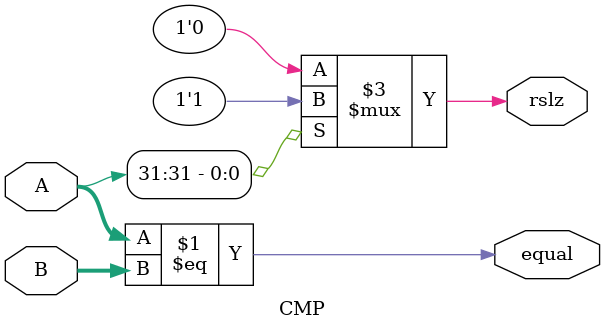
<source format=v>
`include "defines.v"
module CMP(
    input [31:0] A,
    input [31:0] B,
    output equal,
	output rslz
);
    assign equal = (A == B);
	assign rslz = (A[31] == 1'b1) ? 1'b1 : 1'b0;
endmodule
</source>
